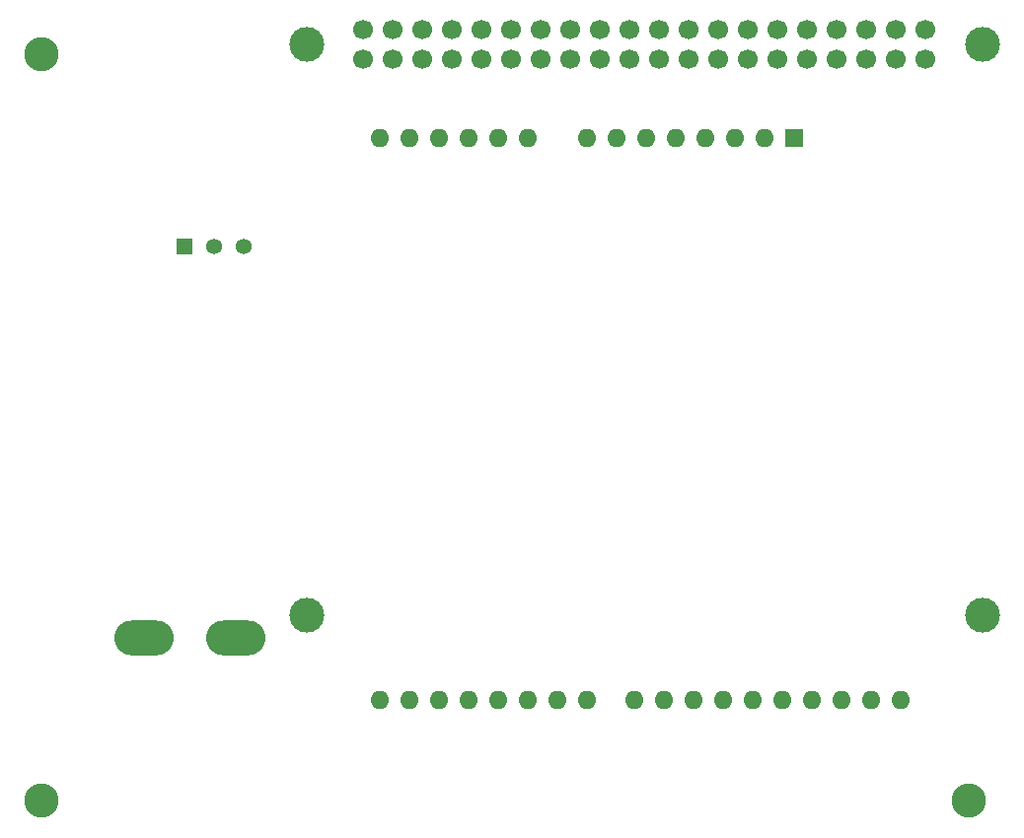
<source format=gbs>
G04 #@! TF.GenerationSoftware,KiCad,Pcbnew,(6.0.10)*
G04 #@! TF.CreationDate,2023-05-10T15:48:35-05:00*
G04 #@! TF.ProjectId,DiffGPS_Hardware,44696666-4750-4535-9f48-617264776172,rev?*
G04 #@! TF.SameCoordinates,Original*
G04 #@! TF.FileFunction,Soldermask,Bot*
G04 #@! TF.FilePolarity,Negative*
%FSLAX46Y46*%
G04 Gerber Fmt 4.6, Leading zero omitted, Abs format (unit mm)*
G04 Created by KiCad (PCBNEW (6.0.10)) date 2023-05-10 15:48:35*
%MOMM*%
%LPD*%
G01*
G04 APERTURE LIST*
%ADD10C,2.946400*%
%ADD11O,5.100000X3.000000*%
%ADD12C,3.000000*%
%ADD13C,1.700000*%
%ADD14R,1.358000X1.358000*%
%ADD15C,1.358000*%
%ADD16R,1.600000X1.600000*%
%ADD17O,1.600000X1.600000*%
G04 APERTURE END LIST*
D10*
X54808120Y-110291880D03*
D11*
X63627000Y-96330800D03*
X71501000Y-96330800D03*
D12*
X135531000Y-94343000D03*
X135531000Y-45343000D03*
X77531000Y-94343000D03*
X77531000Y-45343000D03*
D13*
X82401000Y-46613000D03*
X82401000Y-44073000D03*
X84941000Y-46613000D03*
X84941000Y-44073000D03*
X87481000Y-46613000D03*
X87481000Y-44073000D03*
X90021000Y-46613000D03*
X90021000Y-44073000D03*
X92561000Y-46613000D03*
X92561000Y-44073000D03*
X95101000Y-46613000D03*
X95101000Y-44073000D03*
X97641000Y-46613000D03*
X97641000Y-44073000D03*
X100181000Y-46613000D03*
X100181000Y-44073000D03*
X102721000Y-46613000D03*
X102721000Y-44073000D03*
X105261000Y-46613000D03*
X105261000Y-44073000D03*
X107801000Y-46613000D03*
X107801000Y-44073000D03*
X110341000Y-46613000D03*
X110341000Y-44073000D03*
X112881000Y-46613000D03*
X112881000Y-44073000D03*
X115421000Y-46613000D03*
X115421000Y-44073000D03*
X117961000Y-46613000D03*
X117961000Y-44073000D03*
X120501000Y-46613000D03*
X120501000Y-44073000D03*
X123041000Y-46613000D03*
X123041000Y-44073000D03*
X125581000Y-46613000D03*
X125581000Y-44073000D03*
X128121000Y-46613000D03*
X128121000Y-44073000D03*
X130661000Y-46613000D03*
X130661000Y-44073000D03*
D10*
X54808120Y-46172120D03*
X134421880Y-110291880D03*
D14*
X67056000Y-62710000D03*
D15*
X69596000Y-62710000D03*
X72136000Y-62710000D03*
D16*
X119380000Y-53340000D03*
D17*
X116840000Y-53340000D03*
X114300000Y-53340000D03*
X111760000Y-53340000D03*
X109220000Y-53340000D03*
X106680000Y-53340000D03*
X104140000Y-53340000D03*
X101600000Y-53340000D03*
X96520000Y-53340000D03*
X93980000Y-53340000D03*
X91440000Y-53340000D03*
X88900000Y-53340000D03*
X86360000Y-53340000D03*
X83820000Y-53340000D03*
X83820000Y-101600000D03*
X86360000Y-101600000D03*
X88900000Y-101600000D03*
X91440000Y-101600000D03*
X93980000Y-101600000D03*
X96520000Y-101600000D03*
X99060000Y-101600000D03*
X101600000Y-101600000D03*
X105660000Y-101600000D03*
X108200000Y-101600000D03*
X110740000Y-101600000D03*
X113280000Y-101600000D03*
X115820000Y-101600000D03*
X118360000Y-101600000D03*
X120900000Y-101600000D03*
X123440000Y-101600000D03*
X125980000Y-101600000D03*
X128520000Y-101600000D03*
M02*

</source>
